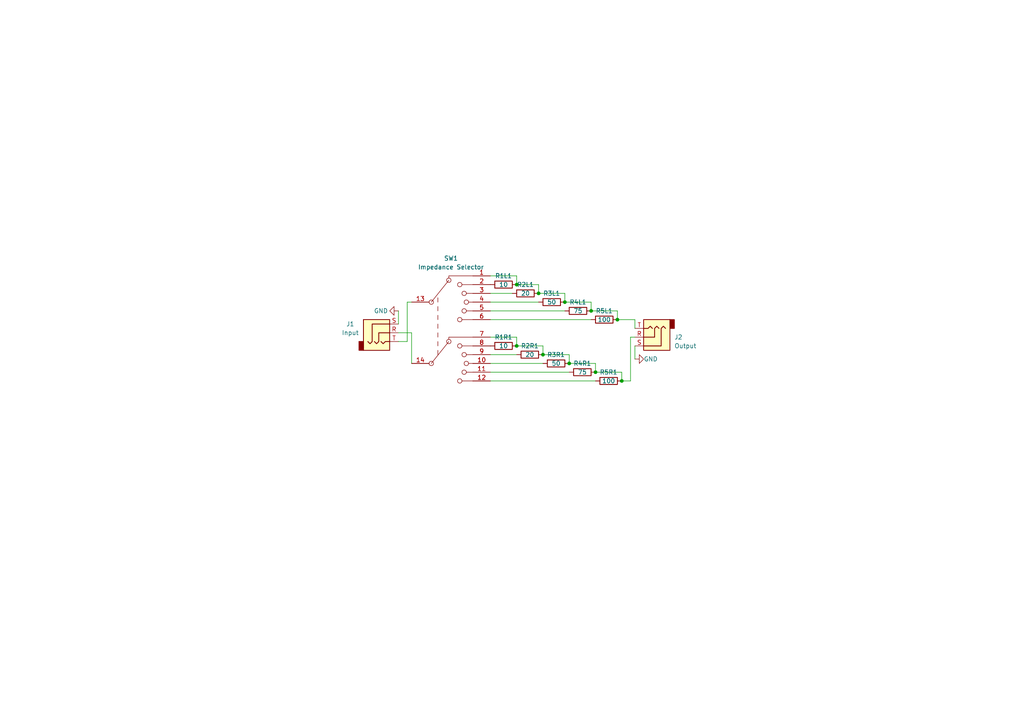
<source format=kicad_sch>
(kicad_sch (version 20230121) (generator eeschema)

  (uuid c24131e6-b3d6-4138-a916-5bd683929705)

  (paper "A4")

  (lib_symbols
    (symbol "Connector_Audio:AudioJack3" (in_bom yes) (on_board yes)
      (property "Reference" "J" (at 0 8.89 0)
        (effects (font (size 1.27 1.27)))
      )
      (property "Value" "AudioJack3" (at 0 6.35 0)
        (effects (font (size 1.27 1.27)))
      )
      (property "Footprint" "" (at 0 0 0)
        (effects (font (size 1.27 1.27)) hide)
      )
      (property "Datasheet" "~" (at 0 0 0)
        (effects (font (size 1.27 1.27)) hide)
      )
      (property "ki_keywords" "audio jack receptacle stereo headphones phones TRS connector" (at 0 0 0)
        (effects (font (size 1.27 1.27)) hide)
      )
      (property "ki_description" "Audio Jack, 3 Poles (Stereo / TRS)" (at 0 0 0)
        (effects (font (size 1.27 1.27)) hide)
      )
      (property "ki_fp_filters" "Jack*" (at 0 0 0)
        (effects (font (size 1.27 1.27)) hide)
      )
      (symbol "AudioJack3_0_1"
        (rectangle (start -5.08 -5.08) (end -6.35 -2.54)
          (stroke (width 0.254) (type default))
          (fill (type outline))
        )
        (polyline
          (pts
            (xy 0 -2.54)
            (xy 0.635 -3.175)
            (xy 1.27 -2.54)
            (xy 2.54 -2.54)
          )
          (stroke (width 0.254) (type default))
          (fill (type none))
        )
        (polyline
          (pts
            (xy -1.905 -2.54)
            (xy -1.27 -3.175)
            (xy -0.635 -2.54)
            (xy -0.635 0)
            (xy 2.54 0)
          )
          (stroke (width 0.254) (type default))
          (fill (type none))
        )
        (polyline
          (pts
            (xy 2.54 2.54)
            (xy -2.54 2.54)
            (xy -2.54 -2.54)
            (xy -3.175 -3.175)
            (xy -3.81 -2.54)
          )
          (stroke (width 0.254) (type default))
          (fill (type none))
        )
        (rectangle (start 2.54 3.81) (end -5.08 -5.08)
          (stroke (width 0.254) (type default))
          (fill (type background))
        )
      )
      (symbol "AudioJack3_1_1"
        (pin passive line (at 5.08 0 180) (length 2.54)
          (name "~" (effects (font (size 1.27 1.27))))
          (number "R" (effects (font (size 1.27 1.27))))
        )
        (pin passive line (at 5.08 2.54 180) (length 2.54)
          (name "~" (effects (font (size 1.27 1.27))))
          (number "S" (effects (font (size 1.27 1.27))))
        )
        (pin passive line (at 5.08 -2.54 180) (length 2.54)
          (name "~" (effects (font (size 1.27 1.27))))
          (number "T" (effects (font (size 1.27 1.27))))
        )
      )
    )
    (symbol "Device:R" (pin_numbers hide) (pin_names (offset 0)) (in_bom yes) (on_board yes)
      (property "Reference" "R" (at 2.032 0 90)
        (effects (font (size 1.27 1.27)))
      )
      (property "Value" "R" (at 0 0 90)
        (effects (font (size 1.27 1.27)))
      )
      (property "Footprint" "" (at -1.778 0 90)
        (effects (font (size 1.27 1.27)) hide)
      )
      (property "Datasheet" "~" (at 0 0 0)
        (effects (font (size 1.27 1.27)) hide)
      )
      (property "ki_keywords" "R res resistor" (at 0 0 0)
        (effects (font (size 1.27 1.27)) hide)
      )
      (property "ki_description" "Resistor" (at 0 0 0)
        (effects (font (size 1.27 1.27)) hide)
      )
      (property "ki_fp_filters" "R_*" (at 0 0 0)
        (effects (font (size 1.27 1.27)) hide)
      )
      (symbol "R_0_1"
        (rectangle (start -1.016 -2.54) (end 1.016 2.54)
          (stroke (width 0.254) (type default))
          (fill (type none))
        )
      )
      (symbol "R_1_1"
        (pin passive line (at 0 3.81 270) (length 1.27)
          (name "~" (effects (font (size 1.27 1.27))))
          (number "1" (effects (font (size 1.27 1.27))))
        )
        (pin passive line (at 0 -3.81 90) (length 1.27)
          (name "~" (effects (font (size 1.27 1.27))))
          (number "2" (effects (font (size 1.27 1.27))))
        )
      )
    )
    (symbol "SW_Rotary2x6_1" (pin_names (offset 1.016) hide) (in_bom yes) (on_board yes)
      (property "Reference" "SW" (at 0 17.78 0)
        (effects (font (size 1.27 1.27)))
      )
      (property "Value" "SW_Rotary2x6" (at 0 -17.78 0)
        (effects (font (size 1.27 1.27)))
      )
      (property "Footprint" "" (at -2.54 15.24 0)
        (effects (font (size 1.27 1.27)) hide)
      )
      (property "Datasheet" "http://cdn-reichelt.de/documents/datenblatt/C200/DS-Serie%23LOR.pdf" (at -2.54 15.24 0)
        (effects (font (size 1.27 1.27)) hide)
      )
      (property "ki_keywords" "rotary switch" (at 0 0 0)
        (effects (font (size 1.27 1.27)) hide)
      )
      (property "ki_description" "2 rotary switch with 6 positions" (at 0 0 0)
        (effects (font (size 1.27 1.27)) hide)
      )
      (symbol "SW_Rotary2x6_1_0_0"
        (circle (center -4.445 -10.16) (radius 0.635)
          (stroke (width 0) (type default))
          (fill (type none))
        )
        (circle (center -4.445 7.62) (radius 0.635)
          (stroke (width 0) (type default))
          (fill (type none))
        )
        (polyline
          (pts
            (xy -4.445 -10.16)
            (xy 0.635 -3.81)
          )
          (stroke (width 0) (type default))
          (fill (type none))
        )
        (polyline
          (pts
            (xy -4.445 7.62)
            (xy 0.635 13.97)
          )
          (stroke (width 0) (type default))
          (fill (type none))
        )
        (polyline
          (pts
            (xy -2.54 -7.62)
            (xy -2.54 -6.35)
          )
          (stroke (width 0) (type default))
          (fill (type none))
        )
        (polyline
          (pts
            (xy -2.54 -5.08)
            (xy -2.54 -3.81)
          )
          (stroke (width 0) (type default))
          (fill (type none))
        )
        (polyline
          (pts
            (xy -2.54 -2.54)
            (xy -2.54 -1.27)
          )
          (stroke (width 0) (type default))
          (fill (type none))
        )
        (polyline
          (pts
            (xy -2.54 0)
            (xy -2.54 1.27)
          )
          (stroke (width 0) (type default))
          (fill (type none))
        )
        (polyline
          (pts
            (xy -2.54 2.54)
            (xy -2.54 3.81)
          )
          (stroke (width 0) (type default))
          (fill (type none))
        )
        (polyline
          (pts
            (xy -2.54 5.08)
            (xy -2.54 6.35)
          )
          (stroke (width 0) (type default))
          (fill (type none))
        )
        (polyline
          (pts
            (xy -2.54 7.62)
            (xy -2.54 8.89)
          )
          (stroke (width 0) (type default))
          (fill (type none))
        )
        (polyline
          (pts
            (xy 4.445 -5.08)
            (xy 7.62 -5.08)
          )
          (stroke (width 0) (type default))
          (fill (type none))
        )
        (polyline
          (pts
            (xy 4.445 12.7)
            (xy 7.62 12.7)
          )
          (stroke (width 0) (type default))
          (fill (type none))
        )
        (polyline
          (pts
            (xy 5.715 -12.7)
            (xy 7.62 -12.7)
          )
          (stroke (width 0) (type default))
          (fill (type none))
        )
        (polyline
          (pts
            (xy 5.715 -7.62)
            (xy 7.62 -7.62)
          )
          (stroke (width 0) (type default))
          (fill (type none))
        )
        (polyline
          (pts
            (xy 5.715 5.08)
            (xy 7.62 5.08)
          )
          (stroke (width 0) (type default))
          (fill (type none))
        )
        (polyline
          (pts
            (xy 5.715 10.16)
            (xy 7.62 10.16)
          )
          (stroke (width 0) (type default))
          (fill (type none))
        )
        (polyline
          (pts
            (xy 6.35 -10.16)
            (xy 7.62 -10.16)
          )
          (stroke (width 0) (type default))
          (fill (type none))
        )
        (polyline
          (pts
            (xy 6.35 7.62)
            (xy 7.62 7.62)
          )
          (stroke (width 0) (type default))
          (fill (type none))
        )
        (polyline
          (pts
            (xy 7.62 -15.24)
            (xy 4.445 -15.24)
          )
          (stroke (width 0) (type default))
          (fill (type none))
        )
        (polyline
          (pts
            (xy 7.62 2.54)
            (xy 4.445 2.54)
          )
          (stroke (width 0) (type default))
          (fill (type none))
        )
        (polyline
          (pts
            (xy 0.635 -3.175)
            (xy 0.635 -2.54)
            (xy 7.62 -2.54)
          )
          (stroke (width 0) (type default))
          (fill (type none))
        )
        (polyline
          (pts
            (xy 0.635 14.605)
            (xy 0.635 15.24)
            (xy 7.62 15.24)
          )
          (stroke (width 0) (type default))
          (fill (type none))
        )
        (circle (center 0.635 -3.81) (radius 0.635)
          (stroke (width 0) (type default))
          (fill (type none))
        )
        (circle (center 0.635 13.97) (radius 0.635)
          (stroke (width 0) (type default))
          (fill (type none))
        )
        (circle (center 3.81 -15.24) (radius 0.635)
          (stroke (width 0) (type default))
          (fill (type none))
        )
        (circle (center 3.81 -5.08) (radius 0.635)
          (stroke (width 0) (type default))
          (fill (type none))
        )
        (circle (center 3.81 2.54) (radius 0.635)
          (stroke (width 0) (type default))
          (fill (type none))
        )
        (circle (center 3.81 12.7) (radius 0.635)
          (stroke (width 0) (type default))
          (fill (type none))
        )
        (circle (center 5.08 -12.7) (radius 0.635)
          (stroke (width 0) (type default))
          (fill (type none))
        )
        (circle (center 5.08 -7.62) (radius 0.635)
          (stroke (width 0) (type default))
          (fill (type none))
        )
        (circle (center 5.08 5.08) (radius 0.635)
          (stroke (width 0) (type default))
          (fill (type none))
        )
        (circle (center 5.08 10.16) (radius 0.635)
          (stroke (width 0) (type default))
          (fill (type none))
        )
        (circle (center 5.715 -10.16) (radius 0.635)
          (stroke (width 0) (type default))
          (fill (type none))
        )
        (circle (center 5.715 7.62) (radius 0.635)
          (stroke (width 0) (type default))
          (fill (type none))
        )
      )
      (symbol "SW_Rotary2x6_1_0_1"
        (pin passive line (at 12.7 15.24 180) (length 5.08)
          (name "1" (effects (font (size 1.27 1.27))))
          (number "1" (effects (font (size 1.27 1.27))))
        )
        (pin passive line (at 12.7 -10.16 180) (length 5.08)
          (name "10" (effects (font (size 1.27 1.27))))
          (number "10" (effects (font (size 1.27 1.27))))
        )
        (pin passive line (at 12.7 -12.7 180) (length 5.08)
          (name "11" (effects (font (size 1.27 1.27))))
          (number "11" (effects (font (size 1.27 1.27))))
        )
        (pin passive line (at 12.7 -15.24 180) (length 5.08)
          (name "12" (effects (font (size 1.27 1.27))))
          (number "12" (effects (font (size 1.27 1.27))))
        )
        (pin passive line (at -10.16 7.62 0) (length 5.08)
          (name "13" (effects (font (size 1.27 1.27))))
          (number "13" (effects (font (size 1.27 1.27))))
        )
        (pin passive line (at -10.16 -10.16 0) (length 5.08)
          (name "14" (effects (font (size 1.27 1.27))))
          (number "14" (effects (font (size 1.27 1.27))))
        )
        (pin passive line (at 12.7 12.7 180) (length 5.08)
          (name "2" (effects (font (size 1.27 1.27))))
          (number "2" (effects (font (size 1.27 1.27))))
        )
        (pin passive line (at 12.7 10.16 180) (length 5.08)
          (name "3" (effects (font (size 1.27 1.27))))
          (number "3" (effects (font (size 1.27 1.27))))
        )
        (pin passive line (at 12.7 7.62 180) (length 5.08)
          (name "4" (effects (font (size 1.27 1.27))))
          (number "4" (effects (font (size 1.27 1.27))))
        )
        (pin passive line (at 12.7 5.08 180) (length 5.08)
          (name "5" (effects (font (size 1.27 1.27))))
          (number "5" (effects (font (size 1.27 1.27))))
        )
        (pin passive line (at 12.7 2.54 180) (length 5.08)
          (name "6" (effects (font (size 1.27 1.27))))
          (number "6" (effects (font (size 1.27 1.27))))
        )
        (pin passive line (at 12.7 -2.54 180) (length 5.08)
          (name "7" (effects (font (size 1.27 1.27))))
          (number "7" (effects (font (size 1.27 1.27))))
        )
        (pin passive line (at 12.7 -5.08 180) (length 5.08)
          (name "8" (effects (font (size 1.27 1.27))))
          (number "8" (effects (font (size 1.27 1.27))))
        )
        (pin passive line (at 12.7 -7.62 180) (length 5.08)
          (name "9" (effects (font (size 1.27 1.27))))
          (number "9" (effects (font (size 1.27 1.27))))
        )
      )
    )
    (symbol "power:GND" (power) (pin_names (offset 0)) (in_bom yes) (on_board yes)
      (property "Reference" "#PWR" (at 0 -6.35 0)
        (effects (font (size 1.27 1.27)) hide)
      )
      (property "Value" "GND" (at 0 -3.81 0)
        (effects (font (size 1.27 1.27)))
      )
      (property "Footprint" "" (at 0 0 0)
        (effects (font (size 1.27 1.27)) hide)
      )
      (property "Datasheet" "" (at 0 0 0)
        (effects (font (size 1.27 1.27)) hide)
      )
      (property "ki_keywords" "global power" (at 0 0 0)
        (effects (font (size 1.27 1.27)) hide)
      )
      (property "ki_description" "Power symbol creates a global label with name \"GND\" , ground" (at 0 0 0)
        (effects (font (size 1.27 1.27)) hide)
      )
      (symbol "GND_0_1"
        (polyline
          (pts
            (xy 0 0)
            (xy 0 -1.27)
            (xy 1.27 -1.27)
            (xy 0 -2.54)
            (xy -1.27 -1.27)
            (xy 0 -1.27)
          )
          (stroke (width 0) (type default))
          (fill (type none))
        )
      )
      (symbol "GND_1_1"
        (pin power_in line (at 0 0 270) (length 0) hide
          (name "GND" (effects (font (size 1.27 1.27))))
          (number "1" (effects (font (size 1.27 1.27))))
        )
      )
    )
  )

  (junction (at 180.34 110.49) (diameter 0) (color 0 0 0 0)
    (uuid 02957908-27ea-4bae-b0a1-cebb1c60d658)
  )
  (junction (at 157.48 102.87) (diameter 0) (color 0 0 0 0)
    (uuid 224f385c-d24c-47c7-acd5-3d9bcf918a0e)
  )
  (junction (at 149.86 82.55) (diameter 0) (color 0 0 0 0)
    (uuid 3d776a76-bd90-44f1-b519-0d813bfea434)
  )
  (junction (at 165.1 105.41) (diameter 0) (color 0 0 0 0)
    (uuid 3efd9d29-4dd3-4c8e-8cec-c281780b9f65)
  )
  (junction (at 179.07 92.71) (diameter 0) (color 0 0 0 0)
    (uuid 5c809e87-c17a-439c-9c63-4eeb63fc93df)
  )
  (junction (at 172.72 107.95) (diameter 0) (color 0 0 0 0)
    (uuid 5c8f7ef8-12ff-48b3-8272-052e634e7e04)
  )
  (junction (at 163.83 87.63) (diameter 0) (color 0 0 0 0)
    (uuid 9305c087-2b65-445d-8462-13684d05d491)
  )
  (junction (at 156.21 85.09) (diameter 0) (color 0 0 0 0)
    (uuid c9f7d49a-3903-4939-9161-3ea8e358bb04)
  )
  (junction (at 171.45 90.17) (diameter 0) (color 0 0 0 0)
    (uuid d6b74cda-89a1-4207-8e7a-9bca8a2979fa)
  )
  (junction (at 149.86 100.33) (diameter 0) (color 0 0 0 0)
    (uuid fd34abed-08b5-4f86-8bed-e0f4078e8c65)
  )

  (wire (pts (xy 163.83 90.17) (xy 142.24 90.17))
    (stroke (width 0) (type default))
    (uuid 0b38e8f9-d75b-4bd2-bd63-6c38019ff40d)
  )
  (wire (pts (xy 115.57 90.17) (xy 115.57 93.98))
    (stroke (width 0) (type default))
    (uuid 12a5cbaa-dfcc-44f7-a65f-3e35d81a96eb)
  )
  (wire (pts (xy 149.86 80.01) (xy 149.86 82.55))
    (stroke (width 0) (type default))
    (uuid 1891b1bd-15aa-4ee5-b9d9-20b8b86e9578)
  )
  (wire (pts (xy 172.72 107.95) (xy 180.34 107.95))
    (stroke (width 0) (type default))
    (uuid 2a833c95-a9a6-4bbf-a776-0c4057920ebd)
  )
  (wire (pts (xy 165.1 105.41) (xy 172.72 105.41))
    (stroke (width 0) (type default))
    (uuid 308cdb27-1743-4280-91e4-04cc983563ef)
  )
  (wire (pts (xy 118.11 99.06) (xy 118.11 87.63))
    (stroke (width 0) (type default))
    (uuid 39f28883-413e-49f0-9785-51451f4fd163)
  )
  (wire (pts (xy 182.88 97.79) (xy 182.88 110.49))
    (stroke (width 0) (type default))
    (uuid 49ce8b43-0ad9-454d-b386-0fd0eb448d8c)
  )
  (wire (pts (xy 180.34 110.49) (xy 182.88 110.49))
    (stroke (width 0) (type default))
    (uuid 583c5d04-b372-4217-b4c7-5fe0de8b106f)
  )
  (wire (pts (xy 163.83 85.09) (xy 163.83 87.63))
    (stroke (width 0) (type default))
    (uuid 59043a0b-9b5c-49cb-b22e-32d4464c4673)
  )
  (wire (pts (xy 184.15 100.33) (xy 184.15 104.14))
    (stroke (width 0) (type default))
    (uuid 5d7e5eb4-84c2-4f31-b57a-fb508c8420ca)
  )
  (wire (pts (xy 149.86 97.79) (xy 149.86 100.33))
    (stroke (width 0) (type default))
    (uuid 61744141-372a-4dc8-8894-fbabf594da4b)
  )
  (wire (pts (xy 115.57 99.06) (xy 118.11 99.06))
    (stroke (width 0) (type default))
    (uuid 6a4fb1c9-9f7a-4ee6-a54e-c19e13854e72)
  )
  (wire (pts (xy 163.83 87.63) (xy 171.45 87.63))
    (stroke (width 0) (type default))
    (uuid 6dc08749-981e-4277-831e-f433d7ae6d8c)
  )
  (wire (pts (xy 142.24 97.79) (xy 149.86 97.79))
    (stroke (width 0) (type default))
    (uuid 6fe47c0a-b792-44af-a12e-f2887f9c0ac9)
  )
  (wire (pts (xy 142.24 102.87) (xy 149.86 102.87))
    (stroke (width 0) (type default))
    (uuid 73dccbcf-37c7-4391-a036-88bd75f5a71b)
  )
  (wire (pts (xy 157.48 100.33) (xy 157.48 102.87))
    (stroke (width 0) (type default))
    (uuid 73ed8080-7d46-4657-9026-9e0f47a3c0c3)
  )
  (wire (pts (xy 142.24 110.49) (xy 172.72 110.49))
    (stroke (width 0) (type default))
    (uuid 7796337b-4e21-40f6-a14f-a0089994c102)
  )
  (wire (pts (xy 179.07 92.71) (xy 184.15 92.71))
    (stroke (width 0) (type default))
    (uuid 7953eb07-949c-4fba-881b-3b0278622916)
  )
  (wire (pts (xy 171.45 90.17) (xy 179.07 90.17))
    (stroke (width 0) (type default))
    (uuid 8c18e463-daca-43da-afb6-f23c2d5b915a)
  )
  (wire (pts (xy 148.59 85.09) (xy 142.24 85.09))
    (stroke (width 0) (type default))
    (uuid 912fbdbd-1e47-40b9-8734-559464f80250)
  )
  (wire (pts (xy 171.45 92.71) (xy 142.24 92.71))
    (stroke (width 0) (type default))
    (uuid 9c3cfccb-9560-440b-9028-e3261962adc4)
  )
  (wire (pts (xy 156.21 82.55) (xy 156.21 85.09))
    (stroke (width 0) (type default))
    (uuid 9fcabcf6-0120-4f84-a040-1c0eea126cf9)
  )
  (wire (pts (xy 171.45 87.63) (xy 171.45 90.17))
    (stroke (width 0) (type default))
    (uuid a6f8b4d1-8107-4c89-8395-a9a2f0e80af0)
  )
  (wire (pts (xy 165.1 102.87) (xy 165.1 105.41))
    (stroke (width 0) (type default))
    (uuid a79e316a-1704-47f0-ae9f-9a3adc9b44b5)
  )
  (wire (pts (xy 156.21 85.09) (xy 163.83 85.09))
    (stroke (width 0) (type default))
    (uuid a7fa5ffc-493f-46e1-870a-4c7dc17b97f4)
  )
  (wire (pts (xy 184.15 92.71) (xy 184.15 95.25))
    (stroke (width 0) (type default))
    (uuid aae93939-0202-422c-8493-f44bc28fb6d9)
  )
  (wire (pts (xy 119.38 96.52) (xy 119.38 105.41))
    (stroke (width 0) (type default))
    (uuid ac803bc8-0767-4940-8ef9-38c25ddab267)
  )
  (wire (pts (xy 149.86 100.33) (xy 157.48 100.33))
    (stroke (width 0) (type default))
    (uuid b0067296-428b-434b-8134-63cfd9767496)
  )
  (wire (pts (xy 182.88 97.79) (xy 184.15 97.79))
    (stroke (width 0) (type default))
    (uuid b5b2b3ed-dbba-475f-9658-fd7b88a28b9b)
  )
  (wire (pts (xy 142.24 80.01) (xy 149.86 80.01))
    (stroke (width 0) (type default))
    (uuid bc5b97fd-11f2-4afd-ad03-44519a2615ce)
  )
  (wire (pts (xy 149.86 82.55) (xy 156.21 82.55))
    (stroke (width 0) (type default))
    (uuid c3005811-21d5-4fa2-b4f5-c66968fccd64)
  )
  (wire (pts (xy 172.72 105.41) (xy 172.72 107.95))
    (stroke (width 0) (type default))
    (uuid c376d924-4544-4983-babd-d0926e3e0749)
  )
  (wire (pts (xy 142.24 87.63) (xy 156.21 87.63))
    (stroke (width 0) (type default))
    (uuid c6ec3b63-3884-462b-9acc-a43643153169)
  )
  (wire (pts (xy 179.07 90.17) (xy 179.07 92.71))
    (stroke (width 0) (type default))
    (uuid d89ecea6-908c-4868-b2ca-fc9c9f783f9f)
  )
  (wire (pts (xy 142.24 105.41) (xy 157.48 105.41))
    (stroke (width 0) (type default))
    (uuid dd8b154a-c33b-4a86-9030-8bb9dfeeb561)
  )
  (wire (pts (xy 180.34 107.95) (xy 180.34 110.49))
    (stroke (width 0) (type default))
    (uuid e6e0c410-209d-4fa2-ae9e-6b6077707b4a)
  )
  (wire (pts (xy 115.57 96.52) (xy 119.38 96.52))
    (stroke (width 0) (type default))
    (uuid eeebd22c-9272-468f-aa25-48cb528d2182)
  )
  (wire (pts (xy 142.24 107.95) (xy 165.1 107.95))
    (stroke (width 0) (type default))
    (uuid f2b22db6-b959-4962-83cc-f410cb4541b9)
  )
  (wire (pts (xy 118.11 87.63) (xy 119.38 87.63))
    (stroke (width 0) (type default))
    (uuid f5faec77-f3d0-4449-a69a-c36b121a12ef)
  )
  (wire (pts (xy 157.48 102.87) (xy 165.1 102.87))
    (stroke (width 0) (type default))
    (uuid fbea59de-db69-47c4-88b4-0033b52b240a)
  )

  (symbol (lib_id "Device:R") (at 160.02 87.63 90) (unit 1)
    (in_bom yes) (on_board yes) (dnp no)
    (uuid 052f15b0-05fc-41c6-962e-e9e37b4dba4e)
    (property "Reference" "R3L1" (at 160.02 85.09 90)
      (effects (font (size 1.27 1.27)))
    )
    (property "Value" "50" (at 160.02 87.63 90)
      (effects (font (size 1.27 1.27)))
    )
    (property "Footprint" "Resistor_THT:R_Axial_DIN0207_L6.3mm_D2.5mm_P10.16mm_Horizontal" (at 160.02 89.408 90)
      (effects (font (size 1.27 1.27)) hide)
    )
    (property "Datasheet" "~" (at 160.02 87.63 0)
      (effects (font (size 1.27 1.27)) hide)
    )
    (pin "1" (uuid 6e589ebc-db15-4267-b925-11d3f3423a79))
    (pin "2" (uuid 0361ea78-f773-4ea3-b466-9ceb09026c1b))
    (instances
      (project "Impedance Selector"
        (path "/c24131e6-b3d6-4138-a916-5bd683929705"
          (reference "R3L1") (unit 1)
        )
      )
    )
  )

  (symbol (lib_id "power:GND") (at 115.57 90.17 270) (unit 1)
    (in_bom yes) (on_board yes) (dnp no)
    (uuid 2af562b1-7d7c-4fff-a74b-8b2d5bdb6747)
    (property "Reference" "#PWR01" (at 109.22 90.17 0)
      (effects (font (size 1.27 1.27)) hide)
    )
    (property "Value" "GND" (at 110.49 90.17 90)
      (effects (font (size 1.27 1.27)))
    )
    (property "Footprint" "" (at 115.57 90.17 0)
      (effects (font (size 1.27 1.27)) hide)
    )
    (property "Datasheet" "" (at 115.57 90.17 0)
      (effects (font (size 1.27 1.27)) hide)
    )
    (pin "1" (uuid 152434de-d29f-4e48-9ccb-11b3452e569d))
    (instances
      (project "Impedance Selector"
        (path "/c24131e6-b3d6-4138-a916-5bd683929705"
          (reference "#PWR01") (unit 1)
        )
      )
    )
  )

  (symbol (lib_id "Device:R") (at 152.4 85.09 90) (unit 1)
    (in_bom yes) (on_board yes) (dnp no)
    (uuid 512918be-8861-496b-a035-a29f7dee8bbf)
    (property "Reference" "R2L1" (at 152.4 82.55 90)
      (effects (font (size 1.27 1.27)))
    )
    (property "Value" "20" (at 152.4 85.09 90)
      (effects (font (size 1.27 1.27)))
    )
    (property "Footprint" "Resistor_THT:R_Axial_DIN0207_L6.3mm_D2.5mm_P10.16mm_Horizontal" (at 152.4 86.868 90)
      (effects (font (size 1.27 1.27)) hide)
    )
    (property "Datasheet" "~" (at 152.4 85.09 0)
      (effects (font (size 1.27 1.27)) hide)
    )
    (pin "1" (uuid ad56b421-2d68-4fb4-813d-0b8f4a66d318))
    (pin "2" (uuid 0e767e36-608a-4800-80ed-d9ee084f205c))
    (instances
      (project "Impedance Selector"
        (path "/c24131e6-b3d6-4138-a916-5bd683929705"
          (reference "R2L1") (unit 1)
        )
      )
    )
  )

  (symbol (lib_id "Device:R") (at 167.64 90.17 90) (unit 1)
    (in_bom yes) (on_board yes) (dnp no)
    (uuid 5ca0eb89-7d44-42df-82ab-a33172b9b6e0)
    (property "Reference" "R4L1" (at 167.64 87.63 90)
      (effects (font (size 1.27 1.27)))
    )
    (property "Value" "75" (at 167.64 90.17 90)
      (effects (font (size 1.27 1.27)))
    )
    (property "Footprint" "Resistor_THT:R_Axial_DIN0207_L6.3mm_D2.5mm_P10.16mm_Horizontal" (at 167.64 91.948 90)
      (effects (font (size 1.27 1.27)) hide)
    )
    (property "Datasheet" "~" (at 167.64 90.17 0)
      (effects (font (size 1.27 1.27)) hide)
    )
    (pin "1" (uuid 51b1698b-6abd-4498-bd23-ab74c09b53ac))
    (pin "2" (uuid c106dcad-e84f-489c-bcd4-84a4da86e092))
    (instances
      (project "Impedance Selector"
        (path "/c24131e6-b3d6-4138-a916-5bd683929705"
          (reference "R4L1") (unit 1)
        )
      )
    )
  )

  (symbol (lib_id "Device:R") (at 175.26 92.71 90) (unit 1)
    (in_bom yes) (on_board yes) (dnp no)
    (uuid 68c21e56-fd10-4289-b024-e3ff8097668d)
    (property "Reference" "R5L1" (at 175.26 90.17 90)
      (effects (font (size 1.27 1.27)))
    )
    (property "Value" "100" (at 175.26 92.71 90)
      (effects (font (size 1.27 1.27)))
    )
    (property "Footprint" "Resistor_THT:R_Axial_DIN0207_L6.3mm_D2.5mm_P10.16mm_Horizontal" (at 175.26 94.488 90)
      (effects (font (size 1.27 1.27)) hide)
    )
    (property "Datasheet" "~" (at 175.26 92.71 0)
      (effects (font (size 1.27 1.27)) hide)
    )
    (pin "1" (uuid db270832-2203-45c6-8cd0-bf18882d3bf7))
    (pin "2" (uuid dc487f07-7c02-4c74-9b82-01ff8ea56111))
    (instances
      (project "Impedance Selector"
        (path "/c24131e6-b3d6-4138-a916-5bd683929705"
          (reference "R5L1") (unit 1)
        )
      )
    )
  )

  (symbol (lib_id "Device:R") (at 161.29 105.41 90) (unit 1)
    (in_bom yes) (on_board yes) (dnp no)
    (uuid 74c97cd6-69f4-450a-8ac7-c7824a33fd75)
    (property "Reference" "R3R1" (at 161.29 102.87 90)
      (effects (font (size 1.27 1.27)))
    )
    (property "Value" "50" (at 161.29 105.41 90)
      (effects (font (size 1.27 1.27)))
    )
    (property "Footprint" "Resistor_THT:R_Axial_DIN0207_L6.3mm_D2.5mm_P10.16mm_Horizontal" (at 161.29 107.188 90)
      (effects (font (size 1.27 1.27)) hide)
    )
    (property "Datasheet" "~" (at 161.29 105.41 0)
      (effects (font (size 1.27 1.27)) hide)
    )
    (pin "1" (uuid cf95f82a-5ae0-4387-8c5b-4424f42d6a8a))
    (pin "2" (uuid 9cc4800b-5052-4e29-94f0-ce9d81be04e5))
    (instances
      (project "Impedance Selector"
        (path "/c24131e6-b3d6-4138-a916-5bd683929705"
          (reference "R3R1") (unit 1)
        )
      )
    )
  )

  (symbol (lib_id "Device:R") (at 176.53 110.49 90) (unit 1)
    (in_bom yes) (on_board yes) (dnp no)
    (uuid 7bed2764-0811-4d78-846f-9e851e3aef45)
    (property "Reference" "R5R1" (at 176.53 107.95 90)
      (effects (font (size 1.27 1.27)))
    )
    (property "Value" "100" (at 176.53 110.49 90)
      (effects (font (size 1.27 1.27)))
    )
    (property "Footprint" "Resistor_THT:R_Axial_DIN0207_L6.3mm_D2.5mm_P10.16mm_Horizontal" (at 176.53 112.268 90)
      (effects (font (size 1.27 1.27)) hide)
    )
    (property "Datasheet" "~" (at 176.53 110.49 0)
      (effects (font (size 1.27 1.27)) hide)
    )
    (pin "1" (uuid f11dcd9b-782b-4e61-aafe-878e22fb4426))
    (pin "2" (uuid 1e21e650-a8ea-4cf6-96af-8d8c67490713))
    (instances
      (project "Impedance Selector"
        (path "/c24131e6-b3d6-4138-a916-5bd683929705"
          (reference "R5R1") (unit 1)
        )
      )
    )
  )

  (symbol (lib_name "SW_Rotary2x6_1") (lib_id "Switch:SW_Rotary2x6") (at 129.54 95.25 0) (unit 1)
    (in_bom yes) (on_board yes) (dnp no) (fields_autoplaced)
    (uuid 9b58e262-4a6a-4d37-8724-fe89866193ce)
    (property "Reference" "SW1" (at 130.81 74.93 0)
      (effects (font (size 1.27 1.27)))
    )
    (property "Value" "Impedance Selector" (at 130.81 77.47 0)
      (effects (font (size 1.27 1.27)))
    )
    (property "Footprint" "misc:Rotary_Switch_2P6T" (at 127 80.01 0)
      (effects (font (size 1.27 1.27)) hide)
    )
    (property "Datasheet" "http://cdn-reichelt.de/documents/datenblatt/C200/DS-Serie%23LOR.pdf" (at 127 80.01 0)
      (effects (font (size 1.27 1.27)) hide)
    )
    (pin "1" (uuid 6ebaac2e-a143-4c49-85b8-f3113ffb2894))
    (pin "10" (uuid c10a278b-8ac5-4e5e-a7d2-c59e5ed520cd))
    (pin "11" (uuid d5b214f3-498a-4413-9f6b-4efa9c8e80fc))
    (pin "12" (uuid 36dc73f4-8d94-4c02-b713-a8d3cbf68fad))
    (pin "13" (uuid c5ece644-0310-42af-8483-317779513d2d))
    (pin "14" (uuid 7b408738-b85a-4172-963d-f508bd6d7207))
    (pin "2" (uuid 50e528ae-0f9d-4391-a29a-db1b648276bd))
    (pin "3" (uuid d43b2189-d230-4e09-b43e-b00cda9c2775))
    (pin "4" (uuid 753b500d-c3bd-4c60-b276-316a602c6973))
    (pin "5" (uuid b9c10f42-2fe4-4c60-b719-aa88780104a5))
    (pin "6" (uuid ba6753b5-b2ac-4e35-9db8-c7e761687ecf))
    (pin "7" (uuid 9dba677d-a7c2-45fe-8c92-c797a2a838ff))
    (pin "8" (uuid c816c126-58d4-4305-a087-658eb57cd6a9))
    (pin "9" (uuid 8f93b89b-7838-49bf-85d5-b6f46d97f674))
    (instances
      (project "Impedance Selector"
        (path "/c24131e6-b3d6-4138-a916-5bd683929705"
          (reference "SW1") (unit 1)
        )
      )
    )
  )

  (symbol (lib_id "Device:R") (at 146.05 82.55 90) (unit 1)
    (in_bom yes) (on_board yes) (dnp no)
    (uuid 9db35ab7-8b27-4047-a7aa-554056dfa6c5)
    (property "Reference" "R1L1" (at 146.05 80.01 90)
      (effects (font (size 1.27 1.27)))
    )
    (property "Value" "10" (at 146.05 82.55 90)
      (effects (font (size 1.27 1.27)))
    )
    (property "Footprint" "Resistor_THT:R_Axial_DIN0207_L6.3mm_D2.5mm_P10.16mm_Horizontal" (at 146.05 84.328 90)
      (effects (font (size 1.27 1.27)) hide)
    )
    (property "Datasheet" "~" (at 146.05 82.55 0)
      (effects (font (size 1.27 1.27)) hide)
    )
    (pin "1" (uuid fa8274a3-7862-450e-a2f6-930e6f65efd8))
    (pin "2" (uuid 41c58e34-c098-4452-be12-2c31f534c3dd))
    (instances
      (project "Impedance Selector"
        (path "/c24131e6-b3d6-4138-a916-5bd683929705"
          (reference "R1L1") (unit 1)
        )
      )
    )
  )

  (symbol (lib_id "Device:R") (at 146.05 100.33 90) (unit 1)
    (in_bom yes) (on_board yes) (dnp no)
    (uuid cd75ae99-c311-4507-9155-09937e80a303)
    (property "Reference" "R1R1" (at 146.05 97.79 90)
      (effects (font (size 1.27 1.27)))
    )
    (property "Value" "10" (at 146.05 100.33 90)
      (effects (font (size 1.27 1.27)))
    )
    (property "Footprint" "Resistor_THT:R_Axial_DIN0207_L6.3mm_D2.5mm_P10.16mm_Horizontal" (at 146.05 102.108 90)
      (effects (font (size 1.27 1.27)) hide)
    )
    (property "Datasheet" "~" (at 146.05 100.33 0)
      (effects (font (size 1.27 1.27)) hide)
    )
    (pin "1" (uuid 43cea1d5-d3c3-4d4f-b848-789923c3f6f3))
    (pin "2" (uuid a82bd5aa-6ae0-4077-b1a2-e0e4d3d73efa))
    (instances
      (project "Impedance Selector"
        (path "/c24131e6-b3d6-4138-a916-5bd683929705"
          (reference "R1R1") (unit 1)
        )
      )
    )
  )

  (symbol (lib_id "power:GND") (at 184.15 104.14 90) (unit 1)
    (in_bom yes) (on_board yes) (dnp no)
    (uuid ce914bae-5857-46a2-80c3-15d00c332b98)
    (property "Reference" "#PWR02" (at 190.5 104.14 0)
      (effects (font (size 1.27 1.27)) hide)
    )
    (property "Value" "GND" (at 186.69 104.14 90)
      (effects (font (size 1.27 1.27)) (justify right))
    )
    (property "Footprint" "" (at 184.15 104.14 0)
      (effects (font (size 1.27 1.27)) hide)
    )
    (property "Datasheet" "" (at 184.15 104.14 0)
      (effects (font (size 1.27 1.27)) hide)
    )
    (pin "1" (uuid 5fa5507c-26d2-4c27-8ee7-1ad18868c107))
    (instances
      (project "Impedance Selector"
        (path "/c24131e6-b3d6-4138-a916-5bd683929705"
          (reference "#PWR02") (unit 1)
        )
      )
    )
  )

  (symbol (lib_id "Device:R") (at 153.67 102.87 90) (unit 1)
    (in_bom yes) (on_board yes) (dnp no)
    (uuid de031ac0-bbc9-45f0-9cee-c56c9012d38a)
    (property "Reference" "R2R1" (at 153.67 100.33 90)
      (effects (font (size 1.27 1.27)))
    )
    (property "Value" "20" (at 153.67 102.87 90)
      (effects (font (size 1.27 1.27)))
    )
    (property "Footprint" "Resistor_THT:R_Axial_DIN0207_L6.3mm_D2.5mm_P10.16mm_Horizontal" (at 153.67 104.648 90)
      (effects (font (size 1.27 1.27)) hide)
    )
    (property "Datasheet" "~" (at 153.67 102.87 0)
      (effects (font (size 1.27 1.27)) hide)
    )
    (pin "1" (uuid 7e5afde3-7b4e-4176-b4c6-3487de521f3f))
    (pin "2" (uuid d33704e9-2b64-4b6f-a571-21bfde3703bc))
    (instances
      (project "Impedance Selector"
        (path "/c24131e6-b3d6-4138-a916-5bd683929705"
          (reference "R2R1") (unit 1)
        )
      )
    )
  )

  (symbol (lib_id "Device:R") (at 168.91 107.95 90) (unit 1)
    (in_bom yes) (on_board yes) (dnp no)
    (uuid e023ed0e-5799-4ac2-99c0-24806e5a9c97)
    (property "Reference" "R4R1" (at 168.91 105.41 90)
      (effects (font (size 1.27 1.27)))
    )
    (property "Value" "75" (at 168.91 107.95 90)
      (effects (font (size 1.27 1.27)))
    )
    (property "Footprint" "Resistor_THT:R_Axial_DIN0207_L6.3mm_D2.5mm_P10.16mm_Horizontal" (at 168.91 109.728 90)
      (effects (font (size 1.27 1.27)) hide)
    )
    (property "Datasheet" "~" (at 168.91 107.95 0)
      (effects (font (size 1.27 1.27)) hide)
    )
    (pin "1" (uuid 26b6b2a5-1515-45b8-9586-0d7688b4589f))
    (pin "2" (uuid 07e6accf-72c9-4037-b71b-f2c39ab2aee7))
    (instances
      (project "Impedance Selector"
        (path "/c24131e6-b3d6-4138-a916-5bd683929705"
          (reference "R4R1") (unit 1)
        )
      )
    )
  )

  (symbol (lib_id "Connector_Audio:AudioJack3") (at 189.23 97.79 180) (unit 1)
    (in_bom yes) (on_board yes) (dnp no)
    (uuid e87438ef-ba00-4200-9f5d-698841a81cfd)
    (property "Reference" "J2" (at 195.58 97.79 0)
      (effects (font (size 1.27 1.27)) (justify right))
    )
    (property "Value" "Output" (at 195.58 100.33 0)
      (effects (font (size 1.27 1.27)) (justify right))
    )
    (property "Footprint" "Connector_Audio:Jack_3.5mm_CUI_SJ1-3523N_Horizontal" (at 189.23 97.79 0)
      (effects (font (size 1.27 1.27)) hide)
    )
    (property "Datasheet" "~" (at 189.23 97.79 0)
      (effects (font (size 1.27 1.27)) hide)
    )
    (pin "R" (uuid 96b124e4-e95c-4258-bb54-0a98d7f71050))
    (pin "S" (uuid 63ee01ec-6a1c-4c7a-8471-665dec415d48))
    (pin "T" (uuid b55ca60d-153a-40af-8b16-61408067aaba))
    (instances
      (project "Impedance Selector"
        (path "/c24131e6-b3d6-4138-a916-5bd683929705"
          (reference "J2") (unit 1)
        )
      )
    )
  )

  (symbol (lib_id "Connector_Audio:AudioJack3") (at 110.49 96.52 0) (unit 1)
    (in_bom yes) (on_board yes) (dnp no)
    (uuid fd07375b-b3c0-4fb3-8b50-c3095db24735)
    (property "Reference" "J1" (at 101.6 93.98 0)
      (effects (font (size 1.27 1.27)))
    )
    (property "Value" "Input" (at 101.6 96.52 0)
      (effects (font (size 1.27 1.27)))
    )
    (property "Footprint" "Connector_Audio:Jack_3.5mm_CUI_SJ1-3523N_Horizontal" (at 110.49 96.52 0)
      (effects (font (size 1.27 1.27)) hide)
    )
    (property "Datasheet" "~" (at 110.49 96.52 0)
      (effects (font (size 1.27 1.27)) hide)
    )
    (pin "R" (uuid 5e3c9b8b-a334-469d-9c5a-189027d77093))
    (pin "S" (uuid aaa51126-5cc9-4605-b417-4ccf05b0eaac))
    (pin "T" (uuid e67bab70-cad5-45ec-9abd-5dc48193cfea))
    (instances
      (project "Impedance Selector"
        (path "/c24131e6-b3d6-4138-a916-5bd683929705"
          (reference "J1") (unit 1)
        )
      )
    )
  )

  (sheet_instances
    (path "/" (page "1"))
  )
)

</source>
